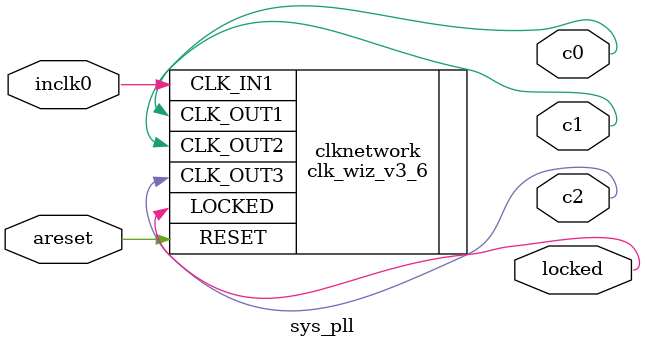
<source format=v>
module sys_pll(/*autoport*/
//output
         c0,
         c1,
         c2,
         locked,
//input
         areset,
         inclk0);

input wire     areset;
input wire     inclk0;
output wire    c0;
output wire    c1;
output wire    c2;
output wire    locked;


clk_wiz_v3_6 clknetwork(
    // Clock in ports
    .CLK_IN1            (inclk0),
    // Clock out ports
    .CLK_OUT1           (c0),
    .CLK_OUT2           (c1),
    .CLK_OUT3           (c2),
    // Status and control signals
    .RESET              (areset),
    .LOCKED             (locked));

endmodule
</source>
